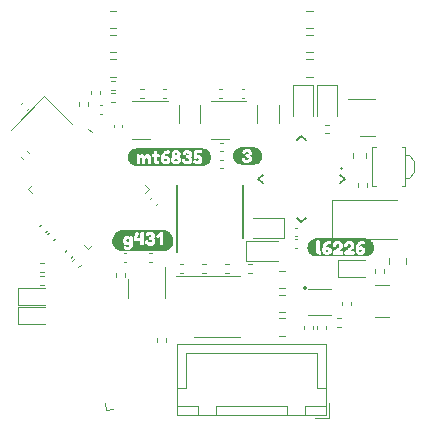
<source format=gbr>
%TF.GenerationSoftware,KiCad,Pcbnew,7.0.9*%
%TF.CreationDate,2023-11-17T16:04:09-05:00*%
%TF.ProjectId,lemon-pepper,6c656d6f-6e2d-4706-9570-7065722e6b69,rev?*%
%TF.SameCoordinates,PX8b85c60PY52f2218*%
%TF.FileFunction,Legend,Top*%
%TF.FilePolarity,Positive*%
%FSLAX46Y46*%
G04 Gerber Fmt 4.6, Leading zero omitted, Abs format (unit mm)*
G04 Created by KiCad (PCBNEW 7.0.9) date 2023-11-17 16:04:09*
%MOMM*%
%LPD*%
G01*
G04 APERTURE LIST*
%ADD10C,0.120000*%
%ADD11C,0.150000*%
%ADD12C,0.300000*%
%ADD13C,0.100000*%
G04 APERTURE END LIST*
D10*
%TO.C,D101*%
X10315000Y-2325000D02*
X15825000Y-2325000D01*
X10315000Y975000D02*
X10315000Y-2325000D01*
X10315000Y975000D02*
X15825000Y975000D01*
%TO.C,C103*%
X-8536252Y11440000D02*
X-8013748Y11440000D01*
X-8536252Y12910000D02*
X-8013748Y12910000D01*
%TO.C,J301*%
X-8229339Y-16688994D02*
X-8852672Y-16810158D01*
X-8852672Y-16810158D02*
X-8973836Y-16186824D01*
%TO.C,Q501*%
X13275000Y6440000D02*
X13925000Y6440000D01*
X13275000Y6440000D02*
X12625000Y6440000D01*
X13275000Y9560000D02*
X13925000Y9560000D01*
X13275000Y9560000D02*
X11600000Y9560000D01*
%TO.C,R704*%
X1009891Y10405000D02*
X702609Y10405000D01*
X1009891Y9645000D02*
X702609Y9645000D01*
%TO.C,R601*%
X13920000Y-4871359D02*
X13920000Y-5178641D01*
X14680000Y-4871359D02*
X14680000Y-5178641D01*
%TO.C,D502*%
X8975000Y10760000D02*
X8975000Y8100000D01*
X10675000Y10760000D02*
X10675000Y8100000D01*
X10675000Y10760000D02*
X8975000Y10760000D01*
%TO.C,U302*%
X550000Y-10605000D02*
X2500000Y-10605000D01*
X550000Y-10605000D02*
X-1400000Y-10605000D01*
X550000Y-5485000D02*
X2500000Y-5485000D01*
X550000Y-5485000D02*
X-2900000Y-5485000D01*
%TO.C,D501*%
X6950000Y10760000D02*
X6950000Y8100000D01*
X8650000Y10760000D02*
X8650000Y8100000D01*
X8650000Y10760000D02*
X6950000Y10760000D01*
%TO.C,R101*%
X-3795000Y-11028641D02*
X-3795000Y-10721359D01*
X-4555000Y-11028641D02*
X-4555000Y-10721359D01*
%TO.C,R103*%
X1553641Y-4395000D02*
X1246359Y-4395000D01*
X1553641Y-5155000D02*
X1246359Y-5155000D01*
%TO.C,SW301*%
X13700000Y2175000D02*
X14000000Y2175000D01*
X16500000Y2175000D02*
X16200000Y2175000D01*
X16820000Y2825000D02*
X16500000Y2825000D01*
X17200000Y3325000D02*
X16820000Y2825000D01*
X17200000Y4325000D02*
X17200000Y3325000D01*
X17200000Y4325000D02*
X16820000Y4825000D01*
X16820000Y4825000D02*
X16500000Y4825000D01*
X13700000Y5475000D02*
X13700000Y2175000D01*
X14000000Y5475000D02*
X13700000Y5475000D01*
X16200000Y5475000D02*
X16500000Y5475000D01*
X16500000Y5475000D02*
X16500000Y2175000D01*
%TO.C,R302*%
X-11510060Y-3947659D02*
X-11727341Y-4164940D01*
X-10972659Y-4485060D02*
X-11189940Y-4702341D01*
%TO.C,C304*%
X-4596344Y579241D02*
X-4443841Y731744D01*
X-5105461Y1088358D02*
X-4952958Y1240861D01*
%TO.C,kibuzzard-6547C3FC*%
G36*
X3730987Y5454630D02*
G01*
X3802157Y5444073D01*
X3871950Y5426591D01*
X3939693Y5402352D01*
X4004734Y5371590D01*
X4066447Y5334601D01*
X4124237Y5291741D01*
X4177547Y5243423D01*
X4225865Y5190112D01*
X4268725Y5132322D01*
X4305714Y5070609D01*
X4336476Y5005568D01*
X4360715Y4937825D01*
X4378197Y4868032D01*
X4388755Y4796862D01*
X4392285Y4725000D01*
X4388755Y4653138D01*
X4378197Y4581968D01*
X4360715Y4512175D01*
X4336476Y4444432D01*
X4305714Y4379391D01*
X4268725Y4317678D01*
X4225865Y4259888D01*
X4177547Y4206577D01*
X4124237Y4158259D01*
X4066447Y4115399D01*
X4004734Y4078410D01*
X3939693Y4047648D01*
X3871950Y4023409D01*
X3802157Y4005927D01*
X3730987Y3995370D01*
X3659124Y3991840D01*
X3526833Y3991840D01*
X3080745Y3991840D01*
X2641008Y3991840D01*
X2640876Y3991840D01*
X2569013Y3995370D01*
X2497843Y4005927D01*
X2428050Y4023409D01*
X2360307Y4047648D01*
X2295266Y4078410D01*
X2233553Y4115399D01*
X2175763Y4158259D01*
X2122453Y4206577D01*
X2074135Y4259888D01*
X2031275Y4317678D01*
X1994286Y4379391D01*
X1963524Y4444432D01*
X1946917Y4490844D01*
X2641008Y4490844D01*
X2658470Y4405119D01*
X2661645Y4389244D01*
X2679108Y4347969D01*
X2718398Y4284866D01*
X2763245Y4235256D01*
X2854968Y4173520D01*
X2960801Y4136478D01*
X3080745Y4124131D01*
X3201572Y4136390D01*
X3307934Y4173167D01*
X3399833Y4234463D01*
X3470388Y4314631D01*
X3512722Y4408029D01*
X3526833Y4514656D01*
X3513736Y4595619D01*
X3474445Y4667056D01*
X3424439Y4718650D01*
X3377608Y4752781D01*
X3377608Y4763894D01*
X3446399Y4813724D01*
X3487674Y4880663D01*
X3501433Y4964713D01*
X3488909Y5054230D01*
X3451338Y5137574D01*
X3388720Y5214744D01*
X3304406Y5276480D01*
X3201748Y5313522D01*
X3080745Y5325869D01*
X3001966Y5320313D01*
X2930727Y5303644D01*
X2825952Y5254431D01*
X2760070Y5191725D01*
X2725145Y5141719D01*
X2688633Y5033769D01*
X2708477Y4977016D01*
X2768008Y4927406D01*
X2855320Y4898831D01*
X2915645Y4918675D01*
X2960095Y4978206D01*
X2969620Y4997256D01*
X3010895Y5035356D01*
X3100589Y5054406D01*
X3188695Y5024244D01*
X3220445Y4960744D01*
X3190283Y4914309D01*
X3099795Y4898831D01*
X3017245Y4890894D01*
X2973192Y4847634D01*
X2958508Y4759131D01*
X2969223Y4677772D01*
X3001370Y4636894D01*
X3042645Y4621019D01*
X3114877Y4617844D01*
X3206952Y4585300D01*
X3245845Y4509894D01*
X3206158Y4432900D01*
X3155358Y4407302D01*
X3082333Y4398769D01*
X3015658Y4408294D01*
X2928345Y4484494D01*
X2880720Y4567044D01*
X2796583Y4582919D01*
X2679902Y4559900D01*
X2641008Y4490844D01*
X1946917Y4490844D01*
X1939285Y4512175D01*
X1921803Y4581967D01*
X1911245Y4653138D01*
X1907715Y4725000D01*
X1911245Y4796862D01*
X1921803Y4868033D01*
X1939285Y4937825D01*
X1963524Y5005568D01*
X1994286Y5070609D01*
X2031275Y5132322D01*
X2074135Y5190112D01*
X2122453Y5243423D01*
X2175763Y5291741D01*
X2233553Y5334601D01*
X2295266Y5371590D01*
X2360307Y5402352D01*
X2428050Y5426591D01*
X2497843Y5444073D01*
X2569013Y5454630D01*
X2640876Y5458160D01*
X2641008Y5458160D01*
X3526833Y5458160D01*
X3659124Y5458160D01*
X3730987Y5454630D01*
G37*
%TO.C,C106*%
X6286252Y-4990000D02*
X5763748Y-4990000D01*
X6286252Y-6460000D02*
X5763748Y-6460000D01*
%TO.C,D601*%
X13075000Y-4090000D02*
X10790000Y-4090000D01*
X10790000Y-5560000D02*
X13075000Y-5560000D01*
X10790000Y-4090000D02*
X10790000Y-5560000D01*
%TO.C,D301*%
X-14025000Y-6440000D02*
X-16310000Y-6440000D01*
X-16310000Y-7910000D02*
X-14025000Y-7910000D01*
X-16310000Y-6440000D02*
X-16310000Y-7910000D01*
%TO.C,L501*%
X13922936Y-8910000D02*
X15127064Y-8910000D01*
X13922936Y-6190000D02*
X15127064Y-6190000D01*
%TO.C,C305*%
X-15903307Y9255810D02*
X-16055810Y9103307D01*
X-15394190Y8746693D02*
X-15546693Y8594190D01*
%TO.C,C701*%
X-8185000Y7357836D02*
X-8185000Y7142164D01*
X-7465000Y7357836D02*
X-7465000Y7142164D01*
%TO.C,C308*%
X-9365000Y9992164D02*
X-9365000Y10207836D01*
X-10085000Y9992164D02*
X-10085000Y10207836D01*
%TO.C,C307*%
X-13703307Y-1769190D02*
X-13855810Y-1921693D01*
X-13194190Y-2278307D02*
X-13346693Y-2430810D01*
%TO.C,R702*%
X-5665109Y10405000D02*
X-5972391Y10405000D01*
X-5665109Y9645000D02*
X-5972391Y9645000D01*
%TO.C,U201*%
X-6960000Y-6500000D02*
X-6960000Y-7300000D01*
X-6960000Y-6500000D02*
X-6960000Y-5700000D01*
X-3840000Y-6500000D02*
X-3840000Y-7300000D01*
X-3840000Y-6500000D02*
X-3840000Y-4700000D01*
%TO.C,U703*%
X1531250Y6130000D02*
X31250Y6130000D01*
X3031250Y9370000D02*
X31250Y9370000D01*
%TO.C,C302*%
X-12203307Y-3269190D02*
X-12355810Y-3421693D01*
X-11694190Y-3778307D02*
X-11846693Y-3930810D01*
%TO.C,C602*%
X7117164Y-2340000D02*
X7332836Y-2340000D01*
X7117164Y-3060000D02*
X7332836Y-3060000D01*
%TO.C,C401*%
X1057836Y4410000D02*
X842164Y4410000D01*
X1057836Y3690000D02*
X842164Y3690000D01*
%TO.C,D302*%
X-14025000Y-8065000D02*
X-16310000Y-8065000D01*
X-16310000Y-9535000D02*
X-14025000Y-9535000D01*
X-16310000Y-8065000D02*
X-16310000Y-9535000D01*
%TO.C,R102*%
X-7270000Y-5528641D02*
X-7270000Y-5221359D01*
X-8030000Y-5528641D02*
X-8030000Y-5221359D01*
%TO.C,R105*%
X-2603641Y-5155000D02*
X-2296359Y-5155000D01*
X-2603641Y-4395000D02*
X-2296359Y-4395000D01*
%TO.C,C503*%
X16560000Y-4461252D02*
X16560000Y-3938748D01*
X15090000Y-4461252D02*
X15090000Y-3938748D01*
%TO.C,R501*%
X11043641Y-8980000D02*
X10736359Y-8980000D01*
X11043641Y-9740000D02*
X10736359Y-9740000D01*
%TO.C,R301*%
X-14121359Y-5445000D02*
X-14428641Y-5445000D01*
X-14121359Y-6205000D02*
X-14428641Y-6205000D01*
%TO.C,C201*%
X-7117164Y-3540000D02*
X-7332836Y-3540000D01*
X-7117164Y-4260000D02*
X-7332836Y-4260000D01*
%TO.C,C102*%
X-8013748Y14960000D02*
X-8536252Y14960000D01*
X-8013748Y13490000D02*
X-8536252Y13490000D01*
%TO.C,C101*%
X-8536252Y15515000D02*
X-8013748Y15515000D01*
X-8536252Y16985000D02*
X-8013748Y16985000D01*
%TO.C,C703*%
X842164Y5115000D02*
X1057836Y5115000D01*
X842164Y5835000D02*
X1057836Y5835000D01*
%TO.C,R703*%
X5766250Y7547936D02*
X5766250Y9002064D01*
X3946250Y7547936D02*
X3946250Y9002064D01*
%TO.C,kibuzzard-65305A5A*%
G36*
X13163156Y-2270882D02*
G01*
X13236715Y-2281794D01*
X13308850Y-2299863D01*
X13378867Y-2324915D01*
X13446091Y-2356709D01*
X13509875Y-2394940D01*
X13569604Y-2439238D01*
X13624704Y-2489178D01*
X13674644Y-2544278D01*
X13718942Y-2604007D01*
X13757173Y-2667791D01*
X13788967Y-2735015D01*
X13814020Y-2805032D01*
X13832089Y-2877167D01*
X13843000Y-2950726D01*
X13846649Y-3025000D01*
X13843000Y-3099274D01*
X13832089Y-3172833D01*
X13814020Y-3244968D01*
X13788967Y-3314985D01*
X13757173Y-3382209D01*
X13718942Y-3445993D01*
X13674644Y-3505722D01*
X13624704Y-3560822D01*
X13569604Y-3610762D01*
X13509875Y-3655060D01*
X13446091Y-3693291D01*
X13378867Y-3725085D01*
X13308850Y-3750137D01*
X13236715Y-3768206D01*
X13163156Y-3779118D01*
X13088882Y-3782767D01*
X13088750Y-3782767D01*
X12695050Y-3782767D01*
X12072750Y-3782767D01*
X11105963Y-3782767D01*
X9872475Y-3782767D01*
X9291450Y-3782767D01*
X8961250Y-3782767D01*
X8961118Y-3782767D01*
X8886844Y-3779118D01*
X8813285Y-3768206D01*
X8741150Y-3750137D01*
X8671133Y-3725085D01*
X8603909Y-3693291D01*
X8540125Y-3655060D01*
X8480396Y-3610762D01*
X8425296Y-3560822D01*
X8375356Y-3505722D01*
X8331058Y-3445993D01*
X8292827Y-3382209D01*
X8261033Y-3314985D01*
X8253837Y-3294875D01*
X8961250Y-3294875D01*
X8972363Y-3441719D01*
X9005700Y-3542525D01*
X9063644Y-3595309D01*
X9164450Y-3623488D01*
X9291450Y-3630631D01*
X9361300Y-3613963D01*
X9385113Y-3572291D01*
X9393050Y-3491725D01*
X9361300Y-3379012D01*
X9334313Y-3365519D01*
X9290656Y-3363138D01*
X9248588Y-3348056D01*
X9239063Y-3275825D01*
X9239063Y-3175812D01*
X9456550Y-3175812D01*
X9468192Y-3306958D01*
X9503117Y-3420993D01*
X9561325Y-3517919D01*
X9642464Y-3591561D01*
X9746181Y-3635747D01*
X9872475Y-3650475D01*
X9976104Y-3638481D01*
X10068972Y-3602497D01*
X10151081Y-3542525D01*
X10194144Y-3490137D01*
X10345550Y-3490137D01*
X10386825Y-3590150D01*
X10485250Y-3633013D01*
X11105963Y-3633013D01*
X11204388Y-3613963D01*
X11238519Y-3572688D01*
X11248838Y-3492519D01*
X11248558Y-3490137D01*
X11312338Y-3490137D01*
X11353613Y-3590150D01*
X11452038Y-3633013D01*
X12072750Y-3633013D01*
X12171175Y-3613963D01*
X12205306Y-3572688D01*
X12215625Y-3492519D01*
X12206100Y-3411556D01*
X12168794Y-3365519D01*
X12075925Y-3350438D01*
X11785413Y-3350438D01*
X11785413Y-3342500D01*
X11825100Y-3326625D01*
X11923525Y-3273047D01*
X12034650Y-3185338D01*
X12043250Y-3175812D01*
X12279125Y-3175812D01*
X12290767Y-3306958D01*
X12325692Y-3420993D01*
X12383900Y-3517919D01*
X12465039Y-3591561D01*
X12568756Y-3635747D01*
X12695050Y-3650475D01*
X12798679Y-3638481D01*
X12891547Y-3602497D01*
X12973656Y-3542525D01*
X13037597Y-3464738D01*
X13075962Y-3375308D01*
X13088750Y-3274237D01*
X13076315Y-3190365D01*
X13039008Y-3112312D01*
X12976831Y-3040081D01*
X12897192Y-2982314D01*
X12807498Y-2947653D01*
X12707750Y-2936100D01*
X12590275Y-2963088D01*
X12598213Y-2940862D01*
X12627581Y-2885300D01*
X12683938Y-2823387D01*
X12779981Y-2769412D01*
X12906188Y-2747188D01*
X12998263Y-2737663D01*
X13030013Y-2717025D01*
X13049063Y-2675750D01*
X13057000Y-2602725D01*
X13047475Y-2526525D01*
X13010169Y-2481281D01*
X12922063Y-2466200D01*
X12807731Y-2474328D01*
X12703496Y-2498712D01*
X12609357Y-2539352D01*
X12525315Y-2596248D01*
X12451369Y-2669400D01*
X12389361Y-2754680D01*
X12341133Y-2847962D01*
X12306684Y-2949244D01*
X12286015Y-3058528D01*
X12279125Y-3175812D01*
X12043250Y-3175812D01*
X12086244Y-3128188D01*
X12129900Y-3055162D01*
X12159666Y-2971819D01*
X12169588Y-2883713D01*
X12156358Y-2774616D01*
X12116671Y-2673810D01*
X12050525Y-2581294D01*
X11963124Y-2507651D01*
X11859672Y-2463466D01*
X11740169Y-2448737D01*
X11620754Y-2463290D01*
X11517566Y-2506946D01*
X11430606Y-2579706D01*
X11364901Y-2670811D01*
X11325479Y-2769501D01*
X11312338Y-2875775D01*
X11320275Y-2956737D01*
X11363534Y-3001981D01*
X11452038Y-3017063D01*
X11533000Y-3007538D01*
X11575863Y-2978963D01*
X11590944Y-2939275D01*
X11593325Y-2886887D01*
X11593325Y-2877363D01*
X11599675Y-2840850D01*
X11641744Y-2767031D01*
X11729850Y-2729725D01*
X11809225Y-2744013D01*
X11851294Y-2774969D01*
X11875900Y-2817831D01*
X11887013Y-2858313D01*
X11872130Y-2927766D01*
X11827481Y-2993250D01*
X11761798Y-3053377D01*
X11683813Y-3106756D01*
X11599675Y-3157159D01*
X11515538Y-3208356D01*
X11437552Y-3265109D01*
X11371869Y-3332181D01*
X11327220Y-3407786D01*
X11312338Y-3490137D01*
X11248558Y-3490137D01*
X11239313Y-3411556D01*
X11202006Y-3365519D01*
X11109138Y-3350438D01*
X10818625Y-3350438D01*
X10818625Y-3342500D01*
X10858313Y-3326625D01*
X10956738Y-3273047D01*
X11067863Y-3185338D01*
X11119456Y-3128188D01*
X11163113Y-3055162D01*
X11192878Y-2971819D01*
X11202800Y-2883713D01*
X11189571Y-2774616D01*
X11149883Y-2673810D01*
X11083738Y-2581294D01*
X10996337Y-2507651D01*
X10892885Y-2463466D01*
X10773381Y-2448737D01*
X10653966Y-2463290D01*
X10550779Y-2506946D01*
X10463819Y-2579706D01*
X10398114Y-2670811D01*
X10358691Y-2769501D01*
X10345550Y-2875775D01*
X10353488Y-2956737D01*
X10396747Y-3001981D01*
X10485250Y-3017063D01*
X10566213Y-3007538D01*
X10609075Y-2978963D01*
X10624156Y-2939275D01*
X10626538Y-2886887D01*
X10626538Y-2877363D01*
X10632888Y-2840850D01*
X10674956Y-2767031D01*
X10763063Y-2729725D01*
X10842438Y-2744013D01*
X10884506Y-2774969D01*
X10909113Y-2817831D01*
X10920225Y-2858313D01*
X10905342Y-2927766D01*
X10860694Y-2993250D01*
X10795011Y-3053377D01*
X10717025Y-3106756D01*
X10632888Y-3157159D01*
X10548750Y-3208356D01*
X10470764Y-3265109D01*
X10405081Y-3332181D01*
X10360433Y-3407786D01*
X10345550Y-3490137D01*
X10194144Y-3490137D01*
X10215022Y-3464738D01*
X10253387Y-3375308D01*
X10266175Y-3274237D01*
X10253740Y-3190365D01*
X10216433Y-3112312D01*
X10154256Y-3040081D01*
X10074617Y-2982314D01*
X9984923Y-2947653D01*
X9885175Y-2936100D01*
X9767700Y-2963088D01*
X9775638Y-2940862D01*
X9805006Y-2885300D01*
X9861363Y-2823387D01*
X9957406Y-2769412D01*
X10083613Y-2747188D01*
X10175688Y-2737663D01*
X10207438Y-2717025D01*
X10226488Y-2675750D01*
X10234425Y-2602725D01*
X10224900Y-2526525D01*
X10187594Y-2481281D01*
X10099488Y-2466200D01*
X9985156Y-2474328D01*
X9880921Y-2498712D01*
X9786782Y-2539352D01*
X9702740Y-2596248D01*
X9628794Y-2669400D01*
X9566786Y-2754680D01*
X9518558Y-2847962D01*
X9484109Y-2949244D01*
X9463440Y-3058528D01*
X9456550Y-3175812D01*
X9239063Y-3175812D01*
X9239063Y-2540813D01*
X9236681Y-2485250D01*
X9221600Y-2442387D01*
X9179531Y-2410241D01*
X9100950Y-2399525D01*
X9019194Y-2410241D01*
X8977125Y-2442387D01*
X8963631Y-2484456D01*
X8961250Y-2539225D01*
X8961250Y-3294875D01*
X8253837Y-3294875D01*
X8235980Y-3244968D01*
X8217911Y-3172833D01*
X8207000Y-3099274D01*
X8203351Y-3025000D01*
X8207000Y-2950726D01*
X8217911Y-2877167D01*
X8235980Y-2805032D01*
X8261033Y-2735015D01*
X8292827Y-2667791D01*
X8331058Y-2604007D01*
X8375356Y-2544278D01*
X8425296Y-2489178D01*
X8480396Y-2439238D01*
X8540125Y-2394940D01*
X8603909Y-2356709D01*
X8671133Y-2324915D01*
X8741150Y-2299863D01*
X8813285Y-2281794D01*
X8886844Y-2270882D01*
X8961118Y-2267233D01*
X8961250Y-2267233D01*
X13088750Y-2267233D01*
X13088882Y-2267233D01*
X13163156Y-2270882D01*
G37*
G36*
X12783156Y-3215500D02*
G01*
X12810938Y-3283763D01*
X12780378Y-3363534D01*
X12688700Y-3390125D01*
X12587100Y-3353612D01*
X12572019Y-3318688D01*
X12568050Y-3272650D01*
X12600594Y-3213119D01*
X12694256Y-3183750D01*
X12783156Y-3215500D01*
G37*
G36*
X9960581Y-3215500D02*
G01*
X9988363Y-3283763D01*
X9957803Y-3363534D01*
X9866125Y-3390125D01*
X9764525Y-3353612D01*
X9749444Y-3318688D01*
X9745475Y-3272650D01*
X9778019Y-3213119D01*
X9871681Y-3183750D01*
X9960581Y-3215500D01*
G37*
%TO.C,C202*%
X-5207836Y-4260000D02*
X-4992164Y-4260000D01*
X-5207836Y-3540000D02*
X-4992164Y-3540000D01*
%TO.C,C301*%
X-14378307Y-1094190D02*
X-14530810Y-1246693D01*
X-13869190Y-1603307D02*
X-14021693Y-1755810D01*
%TO.C,R502*%
X8985000Y-9656359D02*
X8985000Y-9963641D01*
X9745000Y-9656359D02*
X9745000Y-9963641D01*
D11*
%TO.C,U601*%
X11157041Y3662168D02*
G75*
G03*
X11157041Y3662168I-70000J0D01*
G01*
X4051329Y2750000D02*
X4404882Y2396447D01*
X7700000Y-898671D02*
X7346447Y-545118D01*
X4404882Y3103553D02*
X4051329Y2750000D01*
X8053553Y-545118D02*
X7700000Y-898671D01*
X7346447Y6045118D02*
X7700000Y6398671D01*
X10995118Y2396447D02*
X11348671Y2750000D01*
X7700000Y6398671D02*
X8053553Y6045118D01*
X11348671Y2750000D02*
X10995118Y3103553D01*
D10*
%TO.C,C601*%
X7117164Y-1340000D02*
X7332836Y-1340000D01*
X7117164Y-2060000D02*
X7332836Y-2060000D01*
D12*
%TO.C,U501*%
X7975000Y-6470000D02*
G75*
G03*
X7975000Y-6470000I0J0D01*
G01*
D13*
X8215000Y-8760000D02*
X10215000Y-8760000D01*
X8215000Y-6560000D02*
X10215000Y-6560000D01*
D10*
%TO.C,U301*%
X-10349651Y-3170260D02*
X-10013775Y-2834384D01*
X-5244340Y1935051D02*
X-5580216Y1599175D01*
X-10685527Y-2834384D02*
X-10349651Y-3170260D01*
X-5580216Y2270927D02*
X-5244340Y1935051D01*
X-15119086Y1599175D02*
X-15454962Y1935051D01*
X-10013775Y6704486D02*
X-10349651Y7040362D01*
X-15454962Y1935051D02*
X-15119086Y2270927D01*
%TO.C,R303*%
X-8096359Y11030000D02*
X-8403641Y11030000D01*
X-8096359Y10270000D02*
X-8403641Y10270000D01*
%TO.C,R503*%
X7910000Y-9656359D02*
X7910000Y-9963641D01*
X8670000Y-9656359D02*
X8670000Y-9963641D01*
%TO.C,C704*%
X2648414Y9665000D02*
X2864086Y9665000D01*
X2648414Y10385000D02*
X2864086Y10385000D01*
%TO.C,C104*%
X8113748Y15515000D02*
X8636252Y15515000D01*
X8113748Y16985000D02*
X8636252Y16985000D01*
%TO.C,kibuzzard-652C57F7*%
G36*
X-3948050Y-1551325D02*
G01*
X-3860390Y-1564328D01*
X-3774428Y-1585861D01*
X-3690990Y-1615716D01*
X-3610879Y-1653605D01*
X-3534869Y-1699164D01*
X-3463690Y-1751954D01*
X-3398028Y-1811466D01*
X-3338515Y-1877128D01*
X-3285725Y-1948307D01*
X-3240166Y-2024318D01*
X-3202277Y-2104428D01*
X-3172422Y-2187866D01*
X-3150890Y-2273829D01*
X-3137887Y-2361488D01*
X-3133539Y-2450000D01*
X-3137887Y-2538512D01*
X-3150890Y-2626171D01*
X-3172422Y-2712134D01*
X-3202277Y-2795572D01*
X-3240166Y-2875682D01*
X-3285725Y-2951693D01*
X-3338515Y-3022872D01*
X-3398028Y-3088534D01*
X-3463690Y-3148046D01*
X-3534869Y-3200836D01*
X-3610879Y-3246395D01*
X-3690990Y-3284284D01*
X-3774428Y-3314139D01*
X-3860390Y-3335672D01*
X-3948050Y-3348675D01*
X-4036561Y-3353023D01*
X-4036694Y-3353023D01*
X-4177981Y-3353023D01*
X-5105081Y-3353023D01*
X-5786119Y-3353023D01*
X-7000556Y-3353023D01*
X-7413306Y-3353023D01*
X-7413439Y-3353023D01*
X-7501950Y-3348675D01*
X-7589610Y-3335672D01*
X-7675572Y-3314139D01*
X-7759010Y-3284284D01*
X-7839121Y-3246395D01*
X-7915131Y-3200836D01*
X-7986310Y-3148046D01*
X-8051972Y-3088534D01*
X-8111485Y-3022872D01*
X-8164275Y-2951693D01*
X-8209834Y-2875682D01*
X-8247723Y-2795572D01*
X-8277578Y-2712134D01*
X-8299110Y-2626171D01*
X-8312113Y-2538512D01*
X-8316461Y-2450000D01*
X-8315486Y-2430156D01*
X-7413306Y-2430156D01*
X-7400518Y-2533608D01*
X-7362153Y-2628065D01*
X-7298212Y-2713525D01*
X-7219631Y-2780994D01*
X-7137346Y-2821475D01*
X-7051356Y-2834969D01*
X-6937453Y-2815125D01*
X-6859269Y-2755594D01*
X-6859269Y-2803219D01*
X-6897369Y-2917519D01*
X-6995794Y-2965144D01*
X-7081519Y-2950459D01*
X-7160894Y-2906406D01*
X-7206931Y-2887356D01*
X-7245825Y-2900056D01*
X-7292656Y-2946094D01*
X-7340281Y-3055631D01*
X-7312897Y-3106034D01*
X-7230744Y-3161994D01*
X-7118428Y-3206047D01*
X-7000556Y-3220731D01*
X-6898251Y-3208296D01*
X-6803001Y-3170990D01*
X-6714806Y-3108813D01*
X-6644251Y-3026351D01*
X-6601917Y-2928190D01*
X-6587806Y-2814331D01*
X-6587806Y-2395231D01*
X-6500494Y-2395231D01*
X-6492556Y-2463494D01*
X-6449297Y-2508737D01*
X-6360794Y-2523819D01*
X-5930581Y-2523819D01*
X-5930581Y-2717494D01*
X-5921056Y-2800044D01*
X-5900419Y-2831794D01*
X-5859144Y-2850844D01*
X-5786119Y-2858781D01*
X-5709125Y-2849256D01*
X-5663087Y-2810363D01*
X-5648006Y-2719081D01*
X-5648006Y-2514294D01*
X-5544819Y-2514294D01*
X-5527356Y-2600019D01*
X-5524181Y-2615894D01*
X-5506719Y-2657169D01*
X-5467428Y-2720272D01*
X-5422581Y-2769881D01*
X-5330859Y-2831617D01*
X-5225026Y-2868659D01*
X-5105081Y-2881006D01*
X-4984255Y-2868747D01*
X-4877892Y-2831970D01*
X-4785994Y-2770675D01*
X-4715438Y-2690506D01*
X-4673105Y-2597108D01*
X-4658994Y-2490481D01*
X-4672091Y-2409519D01*
X-4711381Y-2338081D01*
X-4761387Y-2286488D01*
X-4808219Y-2252356D01*
X-4808219Y-2241244D01*
X-4739427Y-2191414D01*
X-4698152Y-2124474D01*
X-4688941Y-2068206D01*
X-4595494Y-2068206D01*
X-4545487Y-2166631D01*
X-4449444Y-2222194D01*
X-4338319Y-2172981D01*
X-4317681Y-2153931D01*
X-4317681Y-2720669D01*
X-4315300Y-2778613D01*
X-4300219Y-2822269D01*
X-4257753Y-2853225D01*
X-4177981Y-2863544D01*
X-4096225Y-2852828D01*
X-4054156Y-2820681D01*
X-4039075Y-2778613D01*
X-4036694Y-2723844D01*
X-4036694Y-1839606D01*
X-4044631Y-1755469D01*
X-4066856Y-1721338D01*
X-4108131Y-1703081D01*
X-4183537Y-1695144D01*
X-4273231Y-1736419D01*
X-4277994Y-1739594D01*
X-4538344Y-1974544D01*
X-4595494Y-2068206D01*
X-4688941Y-2068206D01*
X-4684394Y-2040425D01*
X-4696917Y-1950908D01*
X-4734488Y-1867564D01*
X-4797106Y-1790394D01*
X-4881420Y-1728658D01*
X-4984078Y-1691616D01*
X-5105081Y-1679269D01*
X-5183861Y-1684825D01*
X-5255100Y-1701494D01*
X-5359875Y-1750706D01*
X-5425756Y-1813412D01*
X-5460681Y-1863419D01*
X-5497194Y-1971369D01*
X-5477350Y-2028122D01*
X-5417819Y-2077731D01*
X-5330506Y-2106306D01*
X-5270181Y-2086463D01*
X-5225731Y-2026931D01*
X-5216206Y-2007881D01*
X-5174931Y-1969781D01*
X-5085237Y-1950731D01*
X-4997131Y-1980894D01*
X-4965381Y-2044394D01*
X-4995544Y-2090828D01*
X-5086031Y-2106306D01*
X-5168581Y-2114244D01*
X-5212634Y-2157503D01*
X-5227319Y-2246006D01*
X-5216603Y-2327366D01*
X-5184456Y-2368244D01*
X-5143181Y-2384119D01*
X-5070950Y-2387294D01*
X-4978875Y-2419838D01*
X-4939981Y-2495244D01*
X-4979669Y-2572237D01*
X-5030469Y-2597836D01*
X-5103494Y-2606369D01*
X-5170169Y-2596844D01*
X-5257481Y-2520644D01*
X-5305106Y-2438094D01*
X-5389244Y-2422219D01*
X-5505925Y-2445237D01*
X-5544819Y-2514294D01*
X-5648006Y-2514294D01*
X-5648006Y-1836431D01*
X-5650387Y-1780869D01*
X-5665469Y-1738800D01*
X-5708331Y-1705462D01*
X-5788500Y-1695144D01*
X-5869462Y-1703875D01*
X-5913119Y-1734831D01*
X-5928200Y-1774519D01*
X-5930581Y-1828494D01*
X-5930581Y-2261881D01*
X-6189344Y-2261881D01*
X-6092506Y-1874531D01*
X-6090919Y-1869769D01*
X-6079806Y-1803094D01*
X-6107587Y-1741975D01*
X-6190931Y-1701494D01*
X-6263956Y-1690381D01*
X-6318725Y-1707844D01*
X-6347300Y-1744356D01*
X-6363969Y-1799919D01*
X-6495731Y-2331731D01*
X-6500494Y-2395231D01*
X-6587806Y-2395231D01*
X-6587806Y-2157106D01*
X-6590187Y-2103131D01*
X-6604475Y-2062650D01*
X-6644956Y-2030106D01*
X-6735444Y-2020581D01*
X-6825137Y-2043600D01*
X-6857681Y-2111069D01*
X-6883875Y-2080113D01*
X-6944994Y-2043600D01*
X-7043419Y-2023756D01*
X-7133024Y-2037338D01*
X-7217691Y-2078084D01*
X-7297419Y-2145994D01*
X-7361801Y-2231895D01*
X-7400430Y-2326616D01*
X-7413306Y-2430156D01*
X-8315486Y-2430156D01*
X-8312113Y-2361488D01*
X-8299110Y-2273829D01*
X-8277578Y-2187866D01*
X-8247723Y-2104428D01*
X-8209834Y-2024318D01*
X-8164275Y-1948307D01*
X-8111485Y-1877128D01*
X-8051972Y-1811466D01*
X-7986310Y-1751954D01*
X-7915131Y-1699164D01*
X-7839121Y-1653605D01*
X-7759010Y-1615716D01*
X-7675572Y-1585861D01*
X-7589610Y-1564328D01*
X-7501950Y-1551325D01*
X-7413439Y-1546977D01*
X-7413306Y-1546977D01*
X-4036694Y-1546977D01*
X-4036561Y-1546977D01*
X-3948050Y-1551325D01*
G37*
G36*
X-6905306Y-2337287D02*
G01*
X-6868794Y-2430950D01*
X-6906894Y-2523025D01*
X-7002937Y-2565094D01*
X-7101362Y-2523819D01*
X-7141844Y-2430950D01*
X-7103744Y-2336494D01*
X-7003731Y-2293631D01*
X-6905306Y-2337287D01*
G37*
%TO.C,C105*%
X8636252Y12910000D02*
X8113748Y12910000D01*
X8636252Y11440000D02*
X8113748Y11440000D01*
%TO.C,R505*%
X9696359Y6620000D02*
X10003641Y6620000D01*
X9696359Y7380000D02*
X10003641Y7380000D01*
%TO.C,C303*%
X-9382836Y8290000D02*
X-9167164Y8290000D01*
X-9382836Y9010000D02*
X-9167164Y9010000D01*
%TO.C,Y301*%
X-14077513Y9755940D02*
X-16905940Y6927513D01*
X-11744060Y7422487D02*
X-14077513Y9755940D01*
%TO.C,R305*%
X12495000Y2428641D02*
X12495000Y2121359D01*
X13255000Y2428641D02*
X13255000Y2121359D01*
%TO.C,D602*%
X3015000Y-4200000D02*
X5675000Y-4200000D01*
X3015000Y-2500000D02*
X5675000Y-2500000D01*
X3015000Y-2500000D02*
X3015000Y-4200000D01*
%TO.C,R304*%
X-8096359Y10030000D02*
X-8403641Y10030000D01*
X-8096359Y9270000D02*
X-8403641Y9270000D01*
%TO.C,J101*%
X-2835000Y-11215000D02*
X-2835000Y-17185000D01*
X-2835000Y-17185000D02*
X9785000Y-17185000D01*
X-2825000Y-14925000D02*
X-2075000Y-14925000D01*
X-2825000Y-16425000D02*
X-2825000Y-17175000D01*
X-2825000Y-17175000D02*
X-1025000Y-17175000D01*
X-2075000Y-11975000D02*
X3475000Y-11975000D01*
X-2075000Y-14925000D02*
X-2075000Y-11975000D01*
X-1025000Y-16425000D02*
X-2825000Y-16425000D01*
X-1025000Y-17175000D02*
X-1025000Y-16425000D01*
X475000Y-16425000D02*
X475000Y-17175000D01*
X475000Y-17175000D02*
X6475000Y-17175000D01*
X6475000Y-16425000D02*
X475000Y-16425000D01*
X6475000Y-17175000D02*
X6475000Y-16425000D01*
X7975000Y-16425000D02*
X7975000Y-17175000D01*
X7975000Y-17175000D02*
X9775000Y-17175000D01*
X8825000Y-17475000D02*
X10075000Y-17475000D01*
X9025000Y-11975000D02*
X3475000Y-11975000D01*
X9025000Y-14925000D02*
X9025000Y-11975000D01*
X9775000Y-14925000D02*
X9025000Y-14925000D01*
X9775000Y-16425000D02*
X7975000Y-16425000D01*
X9775000Y-17175000D02*
X9775000Y-16425000D01*
X9785000Y-11215000D02*
X-2835000Y-11215000D01*
X9785000Y-17185000D02*
X9785000Y-11215000D01*
X10075000Y-17475000D02*
X10075000Y-16225000D01*
%TO.C,kibuzzard-652C580D*%
G36*
X-612585Y5358580D02*
G01*
X-541030Y5347965D01*
X-470859Y5330389D01*
X-402749Y5306019D01*
X-337356Y5275090D01*
X-275309Y5237901D01*
X-217207Y5194809D01*
X-163607Y5146229D01*
X-115028Y5092630D01*
X-71936Y5034527D01*
X-34747Y4972480D01*
X-3818Y4907087D01*
X20552Y4838977D01*
X38129Y4768807D01*
X48743Y4697251D01*
X52293Y4625000D01*
X48743Y4552749D01*
X38129Y4481193D01*
X20552Y4411023D01*
X-3818Y4342913D01*
X-34747Y4277520D01*
X-71936Y4215473D01*
X-115028Y4157370D01*
X-163607Y4103771D01*
X-217207Y4055191D01*
X-275309Y4012099D01*
X-337356Y3974910D01*
X-402749Y3943981D01*
X-470859Y3919611D01*
X-541030Y3902035D01*
X-612585Y3891420D01*
X-684836Y3887871D01*
X-684969Y3887871D01*
X-1083431Y3887871D01*
X-1972431Y3887871D01*
X-2913819Y3887871D01*
X-3809169Y3887871D01*
X-4471156Y3887871D01*
X-5180769Y3887871D01*
X-6265031Y3887871D01*
X-6265164Y3887871D01*
X-6337415Y3891420D01*
X-6408970Y3902035D01*
X-6479141Y3919611D01*
X-6547251Y3943981D01*
X-6612644Y3974910D01*
X-6674691Y4012099D01*
X-6732793Y4055191D01*
X-6786393Y4103771D01*
X-6834972Y4157370D01*
X-6853303Y4182087D01*
X-6265031Y4182087D01*
X-6262650Y4126525D01*
X-6249156Y4085250D01*
X-6207484Y4053103D01*
X-6126919Y4042387D01*
X-6045956Y4052706D01*
X-6003094Y4083662D01*
X-5988013Y4125731D01*
X-5985631Y4180500D01*
X-5985631Y4461487D01*
X-5961819Y4565072D01*
X-5890381Y4599600D01*
X-5816563Y4565072D01*
X-5791956Y4461487D01*
X-5791956Y4183675D01*
X-5789575Y4128906D01*
X-5776081Y4086837D01*
X-5734409Y4053500D01*
X-5653844Y4042387D01*
X-5572088Y4053103D01*
X-5530019Y4085250D01*
X-5514938Y4126525D01*
X-5512556Y4182087D01*
X-5512556Y4459900D01*
X-5492713Y4563087D01*
X-5417306Y4599600D01*
X-5343488Y4565072D01*
X-5318881Y4461487D01*
X-5318881Y4183675D01*
X-5316500Y4128906D01*
X-5303006Y4086837D01*
X-5261334Y4053500D01*
X-5180769Y4042387D01*
X-5099409Y4053103D01*
X-5058531Y4085250D01*
X-5043450Y4127319D01*
X-5041069Y4182087D01*
X-5041069Y4459900D01*
X-5050594Y4595984D01*
X-5079169Y4703669D01*
X-5088175Y4718662D01*
X-4953756Y4718662D01*
X-4930738Y4626587D01*
X-4872794Y4599600D01*
X-4807706Y4604362D01*
X-4807706Y4369412D01*
X-4798181Y4262344D01*
X-4769606Y4178207D01*
X-4721981Y4117000D01*
X-4656012Y4075549D01*
X-4572403Y4050678D01*
X-4471156Y4042387D01*
X-4417975Y4044769D01*
X-4375906Y4058262D01*
X-4342569Y4099934D01*
X-4331456Y4180500D01*
X-4367969Y4286862D01*
X-4410038Y4301944D01*
X-4467188Y4304325D01*
X-4517988Y4323375D01*
X-4531481Y4385287D01*
X-4531481Y4496412D01*
X-4225094Y4496412D01*
X-4213452Y4365267D01*
X-4178527Y4251232D01*
X-4120319Y4154306D01*
X-4039180Y4080664D01*
X-3935463Y4036478D01*
X-3809169Y4021750D01*
X-3705540Y4033744D01*
X-3612672Y4069728D01*
X-3530563Y4129700D01*
X-3466622Y4207487D01*
X-3428257Y4296917D01*
X-3415469Y4397987D01*
X-3418058Y4415450D01*
X-3336094Y4415450D01*
X-3321718Y4303796D01*
X-3278591Y4208017D01*
X-3206713Y4128112D01*
X-3116666Y4068140D01*
X-3019035Y4032157D01*
X-2913819Y4020162D01*
X-2808603Y4032245D01*
X-2710972Y4068493D01*
X-2620925Y4128906D01*
X-2549047Y4209075D01*
X-2505919Y4304590D01*
X-2495043Y4388462D01*
X-2412169Y4388462D01*
X-2394706Y4302737D01*
X-2391531Y4286862D01*
X-2374069Y4245587D01*
X-2334778Y4182484D01*
X-2289931Y4132875D01*
X-2198209Y4071139D01*
X-2092376Y4034097D01*
X-1972431Y4021750D01*
X-1851605Y4034009D01*
X-1745242Y4070786D01*
X-1653344Y4132081D01*
X-1582788Y4212250D01*
X-1574154Y4231300D01*
X-1462844Y4231300D01*
X-1402519Y4136050D01*
X-1389819Y4124937D01*
X-1350131Y4094775D01*
X-1267581Y4053324D01*
X-1178681Y4028453D01*
X-1083431Y4020162D01*
X-976363Y4033303D01*
X-881642Y4072726D01*
X-799269Y4138431D01*
X-735769Y4222392D01*
X-697669Y4316584D01*
X-684969Y4421006D01*
X-698374Y4524899D01*
X-738591Y4617503D01*
X-805619Y4698819D01*
X-889403Y4761878D01*
X-979891Y4799713D01*
X-1077081Y4812325D01*
X-1132644Y4809150D01*
X-1116769Y4929800D01*
X-838956Y4929800D01*
X-787363Y4932181D01*
X-748469Y4947262D01*
X-718703Y4986553D01*
X-708781Y5063150D01*
X-719497Y5147287D01*
X-751644Y5190150D01*
X-792919Y5205231D01*
X-848481Y5207612D01*
X-997706Y5207612D01*
X-1239006Y5209200D01*
X-1303300Y5194119D01*
X-1344575Y5159988D01*
X-1367594Y5117125D01*
X-1378706Y5083787D01*
X-1387834Y5017906D01*
X-1412044Y4839312D01*
X-1435856Y4657941D01*
X-1443794Y4583725D01*
X-1426331Y4544831D01*
X-1352512Y4496412D01*
X-1252500Y4466250D01*
X-1165981Y4502762D01*
X-1089781Y4531337D01*
X-1004850Y4500381D01*
X-967544Y4416244D01*
X-1001675Y4332900D01*
X-1106450Y4302737D01*
X-1205669Y4336075D01*
X-1312031Y4386875D01*
X-1404106Y4334487D01*
X-1462844Y4231300D01*
X-1574154Y4231300D01*
X-1540455Y4305648D01*
X-1526344Y4412275D01*
X-1539441Y4493237D01*
X-1578731Y4564675D01*
X-1628737Y4616269D01*
X-1675569Y4650400D01*
X-1675569Y4661512D01*
X-1606777Y4711342D01*
X-1565502Y4778282D01*
X-1551744Y4862331D01*
X-1564267Y4951849D01*
X-1601838Y5035192D01*
X-1664456Y5112363D01*
X-1748770Y5174099D01*
X-1851428Y5211140D01*
X-1972431Y5223488D01*
X-2051211Y5217931D01*
X-2122450Y5201262D01*
X-2227225Y5152050D01*
X-2293106Y5089344D01*
X-2328031Y5039337D01*
X-2364544Y4931387D01*
X-2344700Y4874634D01*
X-2285169Y4825025D01*
X-2197856Y4796450D01*
X-2137531Y4816294D01*
X-2093081Y4875825D01*
X-2083556Y4894875D01*
X-2042281Y4932975D01*
X-1952587Y4952025D01*
X-1864481Y4921863D01*
X-1832731Y4858362D01*
X-1862894Y4811928D01*
X-1953381Y4796450D01*
X-2035931Y4788512D01*
X-2079984Y4745253D01*
X-2094669Y4656750D01*
X-2083953Y4575391D01*
X-2051806Y4534512D01*
X-2010531Y4518637D01*
X-1938300Y4515462D01*
X-1846225Y4482919D01*
X-1807331Y4407512D01*
X-1847019Y4330519D01*
X-1897819Y4304920D01*
X-1970844Y4296387D01*
X-2037519Y4305913D01*
X-2124831Y4382112D01*
X-2172456Y4464662D01*
X-2256594Y4480538D01*
X-2373275Y4457519D01*
X-2412169Y4388462D01*
X-2495043Y4388462D01*
X-2491544Y4415450D01*
X-2500473Y4481728D01*
X-2527263Y4547212D01*
X-2584413Y4633731D01*
X-2620131Y4666275D01*
X-2596319Y4691675D01*
X-2549488Y4766287D01*
X-2526469Y4863125D01*
X-2539169Y4963667D01*
X-2577269Y5051508D01*
X-2640769Y5126650D01*
X-2721555Y5183976D01*
X-2811513Y5218372D01*
X-2910644Y5229838D01*
X-3010127Y5218549D01*
X-3101144Y5184682D01*
X-3183694Y5128237D01*
X-3248958Y5054507D01*
X-3288116Y4968782D01*
X-3301169Y4871062D01*
X-3274975Y4760731D01*
X-3232906Y4691675D01*
X-3205919Y4666275D01*
X-3239256Y4636112D01*
X-3303550Y4544831D01*
X-3327958Y4481133D01*
X-3336094Y4415450D01*
X-3418058Y4415450D01*
X-3427904Y4481860D01*
X-3465210Y4559912D01*
X-3527388Y4632144D01*
X-3607027Y4689911D01*
X-3696721Y4724572D01*
X-3796469Y4736125D01*
X-3913944Y4709137D01*
X-3906006Y4731362D01*
X-3876638Y4786925D01*
X-3820281Y4848837D01*
X-3724238Y4902812D01*
X-3598031Y4925037D01*
X-3505956Y4934562D01*
X-3474206Y4955200D01*
X-3455156Y4996475D01*
X-3447219Y5069500D01*
X-3456744Y5145700D01*
X-3494050Y5190944D01*
X-3582156Y5206025D01*
X-3696488Y5197897D01*
X-3800723Y5173513D01*
X-3894862Y5132873D01*
X-3978904Y5075977D01*
X-4052850Y5002825D01*
X-4114858Y4917544D01*
X-4163086Y4824263D01*
X-4197535Y4722981D01*
X-4218204Y4613697D01*
X-4225094Y4496412D01*
X-4531481Y4496412D01*
X-4531481Y4604362D01*
X-4428294Y4598012D01*
X-4373525Y4600394D01*
X-4331456Y4613887D01*
X-4299309Y4655559D01*
X-4288594Y4736125D01*
X-4298913Y4817484D01*
X-4329869Y4858362D01*
X-4371938Y4873444D01*
X-4425913Y4875825D01*
X-4531481Y4869475D01*
X-4531481Y5025050D01*
X-4539419Y5106013D01*
X-4581884Y5150066D01*
X-4668006Y5164750D01*
X-4749366Y5154828D01*
X-4790244Y5125063D01*
X-4805325Y5086962D01*
X-4807706Y5032987D01*
X-4807706Y4869475D01*
X-4860094Y4875825D01*
X-4923594Y4855187D01*
X-4945819Y4813119D01*
X-4953756Y4718662D01*
X-5088175Y4718662D01*
X-5126794Y4782956D01*
X-5222838Y4856180D01*
X-5339519Y4880587D01*
X-5450644Y4849631D01*
X-5529225Y4792481D01*
X-5571294Y4742475D01*
X-5633383Y4819204D01*
X-5713816Y4865242D01*
X-5812594Y4880587D01*
X-5909828Y4852409D01*
X-5991981Y4767875D01*
X-6018969Y4850425D01*
X-6134856Y4879000D01*
X-6207484Y4868284D01*
X-6247569Y4836137D01*
X-6262650Y4795656D01*
X-6265031Y4740887D01*
X-6265031Y4182087D01*
X-6853303Y4182087D01*
X-6878064Y4215473D01*
X-6915253Y4277520D01*
X-6946182Y4342913D01*
X-6970552Y4411023D01*
X-6988129Y4481193D01*
X-6998743Y4552749D01*
X-7002293Y4625000D01*
X-6998743Y4697251D01*
X-6988129Y4768807D01*
X-6970552Y4838977D01*
X-6946182Y4907087D01*
X-6915253Y4972480D01*
X-6878064Y5034527D01*
X-6834972Y5092630D01*
X-6786393Y5146229D01*
X-6732793Y5194809D01*
X-6674691Y5237901D01*
X-6612644Y5275090D01*
X-6547251Y5306019D01*
X-6479141Y5330389D01*
X-6408970Y5347965D01*
X-6337415Y5358580D01*
X-6265164Y5362129D01*
X-6265031Y5362129D01*
X-684969Y5362129D01*
X-684836Y5362129D01*
X-612585Y5358580D01*
G37*
G36*
X-3721063Y4456725D02*
G01*
X-3693281Y4388462D01*
X-3723841Y4308691D01*
X-3815519Y4282100D01*
X-3917119Y4318612D01*
X-3932200Y4353537D01*
X-3936169Y4399575D01*
X-3903625Y4459106D01*
X-3809963Y4488475D01*
X-3721063Y4456725D01*
G37*
G36*
X-2834444Y4932181D02*
G01*
X-2807456Y4872650D01*
X-2833650Y4812325D01*
X-2911438Y4783750D01*
X-2990813Y4812325D01*
X-3018594Y4873444D01*
X-2993194Y4932975D01*
X-2914613Y4959962D01*
X-2834444Y4932181D01*
G37*
G36*
X-2808250Y4490062D02*
G01*
X-2772531Y4408306D01*
X-2807456Y4326550D01*
X-2912231Y4288450D01*
X-3018594Y4326550D01*
X-3055106Y4409100D01*
X-3018594Y4490856D01*
X-2913025Y4528162D01*
X-2808250Y4490062D01*
G37*
D11*
%TO.C,U401*%
X2725000Y-2250000D02*
X2725000Y2250000D01*
X-2825000Y-3375000D02*
X-2825000Y2250000D01*
D10*
%TO.C,R401*%
X-14121359Y-4345000D02*
X-14428641Y-4345000D01*
X-14121359Y-5105000D02*
X-14428641Y-5105000D01*
%TO.C,R701*%
X-883750Y7547936D02*
X-883750Y9002064D01*
X-2703750Y7547936D02*
X-2703750Y9002064D01*
%TO.C,C108*%
X6286252Y-7015000D02*
X5763748Y-7015000D01*
X6286252Y-8485000D02*
X5763748Y-8485000D01*
%TO.C,C502*%
X11860000Y-7882836D02*
X11860000Y-7667164D01*
X11140000Y-7882836D02*
X11140000Y-7667164D01*
%TO.C,D603*%
X6235000Y-525000D02*
X3575000Y-525000D01*
X6235000Y-2225000D02*
X3575000Y-2225000D01*
X6235000Y-2225000D02*
X6235000Y-525000D01*
%TO.C,C501*%
X6286252Y-9040000D02*
X5763748Y-9040000D01*
X6286252Y-10510000D02*
X5763748Y-10510000D01*
%TO.C,JP101*%
X-678641Y-5155000D02*
X-371359Y-5155000D01*
X-678641Y-4395000D02*
X-371359Y-4395000D01*
%TO.C,R306*%
X-10345000Y8971359D02*
X-10345000Y9278641D01*
X-11105000Y8971359D02*
X-11105000Y9278641D01*
%TO.C,C702*%
X-4001586Y9665000D02*
X-3785914Y9665000D01*
X-4001586Y10385000D02*
X-3785914Y10385000D01*
%TO.C,R104*%
X3171359Y-5155000D02*
X3478641Y-5155000D01*
X3171359Y-4395000D02*
X3478641Y-4395000D01*
%TO.C,R504*%
X13147500Y4512742D02*
X13147500Y4987258D01*
X12102500Y4512742D02*
X12102500Y4987258D01*
%TO.C,C306*%
X-15344190Y4978307D02*
X-15496693Y5130810D01*
X-15853307Y4469190D02*
X-16005810Y4621693D01*
%TO.C,C107*%
X8636252Y14960000D02*
X8113748Y14960000D01*
X8636252Y13490000D02*
X8113748Y13490000D01*
%TO.C,U701*%
X-5118750Y6130000D02*
X-6618750Y6130000D01*
X-3618750Y9370000D02*
X-6618750Y9370000D01*
%TD*%
M02*

</source>
